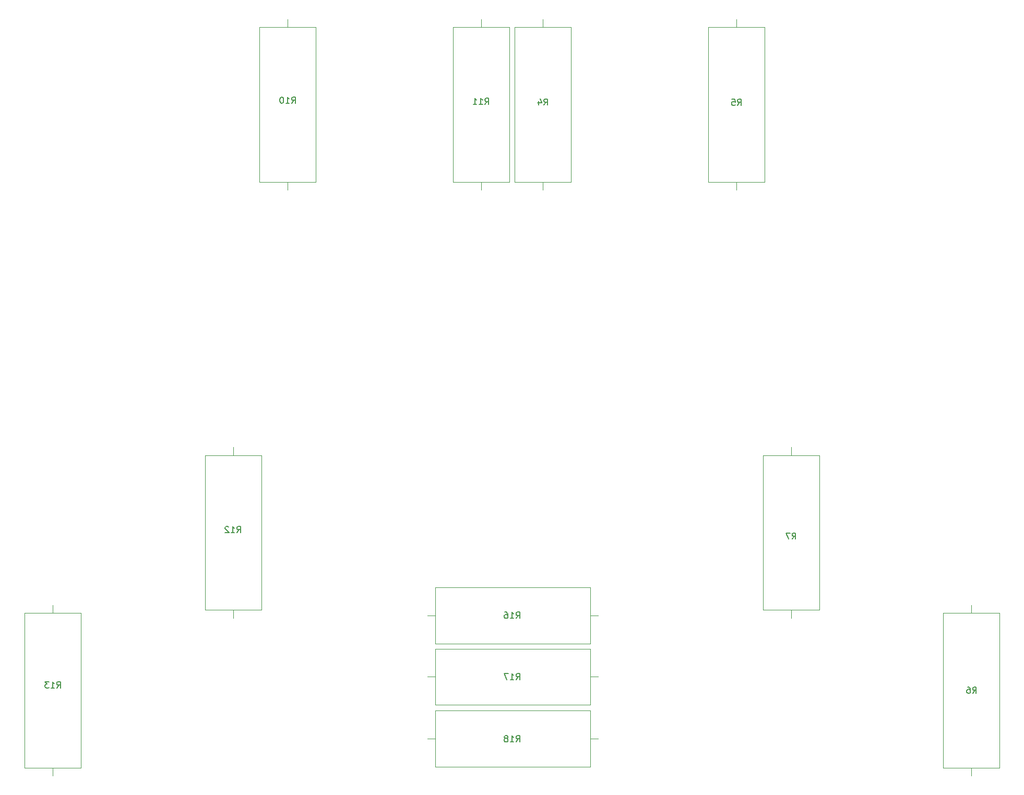
<source format=gbr>
%TF.GenerationSoftware,KiCad,Pcbnew,4.0.7-e2-6376~58~ubuntu16.04.1*%
%TF.CreationDate,2018-08-15T08:26:31-07:00*%
%TF.ProjectId,psu,7073752E6B696361645F706362000000,rev?*%
%TF.FileFunction,Legend,Bot*%
%FSLAX46Y46*%
G04 Gerber Fmt 4.6, Leading zero omitted, Abs format (unit mm)*
G04 Created by KiCad (PCBNEW 4.0.7-e2-6376~58~ubuntu16.04.1) date Wed Aug 15 08:26:31 2018*
%MOMM*%
%LPD*%
G01*
G04 APERTURE LIST*
%ADD10C,0.100000*%
%ADD11C,0.120000*%
%ADD12C,0.150000*%
G04 APERTURE END LIST*
D10*
D11*
X123840000Y-22680000D02*
X132960000Y-22680000D01*
X132960000Y-22680000D02*
X132960000Y-47800000D01*
X132960000Y-47800000D02*
X123840000Y-47800000D01*
X123840000Y-47800000D02*
X123840000Y-22680000D01*
X128400000Y-21380000D02*
X128400000Y-22680000D01*
X128400000Y-49100000D02*
X128400000Y-47800000D01*
X155240000Y-22680000D02*
X164360000Y-22680000D01*
X164360000Y-22680000D02*
X164360000Y-47800000D01*
X164360000Y-47800000D02*
X155240000Y-47800000D01*
X155240000Y-47800000D02*
X155240000Y-22680000D01*
X159800000Y-21380000D02*
X159800000Y-22680000D01*
X159800000Y-49100000D02*
X159800000Y-47800000D01*
X193340000Y-117730000D02*
X202460000Y-117730000D01*
X202460000Y-117730000D02*
X202460000Y-142850000D01*
X202460000Y-142850000D02*
X193340000Y-142850000D01*
X193340000Y-142850000D02*
X193340000Y-117730000D01*
X197900000Y-116430000D02*
X197900000Y-117730000D01*
X197900000Y-144150000D02*
X197900000Y-142850000D01*
X164090000Y-92130000D02*
X173210000Y-92130000D01*
X173210000Y-92130000D02*
X173210000Y-117250000D01*
X173210000Y-117250000D02*
X164090000Y-117250000D01*
X164090000Y-117250000D02*
X164090000Y-92130000D01*
X168650000Y-90830000D02*
X168650000Y-92130000D01*
X168650000Y-118550000D02*
X168650000Y-117250000D01*
X82440000Y-22680000D02*
X91560000Y-22680000D01*
X91560000Y-22680000D02*
X91560000Y-47800000D01*
X91560000Y-47800000D02*
X82440000Y-47800000D01*
X82440000Y-47800000D02*
X82440000Y-22680000D01*
X87000000Y-21380000D02*
X87000000Y-22680000D01*
X87000000Y-49100000D02*
X87000000Y-47800000D01*
X113840000Y-22680000D02*
X122960000Y-22680000D01*
X122960000Y-22680000D02*
X122960000Y-47800000D01*
X122960000Y-47800000D02*
X113840000Y-47800000D01*
X113840000Y-47800000D02*
X113840000Y-22680000D01*
X118400000Y-21380000D02*
X118400000Y-22680000D01*
X118400000Y-49100000D02*
X118400000Y-47800000D01*
X73590000Y-92130000D02*
X82710000Y-92130000D01*
X82710000Y-92130000D02*
X82710000Y-117250000D01*
X82710000Y-117250000D02*
X73590000Y-117250000D01*
X73590000Y-117250000D02*
X73590000Y-92130000D01*
X78150000Y-90830000D02*
X78150000Y-92130000D01*
X78150000Y-118550000D02*
X78150000Y-117250000D01*
X44340000Y-117730000D02*
X53460000Y-117730000D01*
X53460000Y-117730000D02*
X53460000Y-142850000D01*
X53460000Y-142850000D02*
X44340000Y-142850000D01*
X44340000Y-142850000D02*
X44340000Y-117730000D01*
X48900000Y-116430000D02*
X48900000Y-117730000D01*
X48900000Y-144150000D02*
X48900000Y-142850000D01*
X110930000Y-122710000D02*
X110930000Y-113590000D01*
X110930000Y-113590000D02*
X136050000Y-113590000D01*
X136050000Y-113590000D02*
X136050000Y-122710000D01*
X136050000Y-122710000D02*
X110930000Y-122710000D01*
X109630000Y-118150000D02*
X110930000Y-118150000D01*
X137350000Y-118150000D02*
X136050000Y-118150000D01*
X110930000Y-132660000D02*
X110930000Y-123540000D01*
X110930000Y-123540000D02*
X136050000Y-123540000D01*
X136050000Y-123540000D02*
X136050000Y-132660000D01*
X136050000Y-132660000D02*
X110930000Y-132660000D01*
X109630000Y-128100000D02*
X110930000Y-128100000D01*
X137350000Y-128100000D02*
X136050000Y-128100000D01*
X110930000Y-142710000D02*
X110930000Y-133590000D01*
X110930000Y-133590000D02*
X136050000Y-133590000D01*
X136050000Y-133590000D02*
X136050000Y-142710000D01*
X136050000Y-142710000D02*
X110930000Y-142710000D01*
X109630000Y-138150000D02*
X110930000Y-138150000D01*
X137350000Y-138150000D02*
X136050000Y-138150000D01*
D12*
X128566666Y-35302381D02*
X128900000Y-34826190D01*
X129138095Y-35302381D02*
X129138095Y-34302381D01*
X128757142Y-34302381D01*
X128661904Y-34350000D01*
X128614285Y-34397619D01*
X128566666Y-34492857D01*
X128566666Y-34635714D01*
X128614285Y-34730952D01*
X128661904Y-34778571D01*
X128757142Y-34826190D01*
X129138095Y-34826190D01*
X127709523Y-34635714D02*
X127709523Y-35302381D01*
X127947619Y-34254762D02*
X128185714Y-34969048D01*
X127566666Y-34969048D01*
X159966666Y-35352381D02*
X160300000Y-34876190D01*
X160538095Y-35352381D02*
X160538095Y-34352381D01*
X160157142Y-34352381D01*
X160061904Y-34400000D01*
X160014285Y-34447619D01*
X159966666Y-34542857D01*
X159966666Y-34685714D01*
X160014285Y-34780952D01*
X160061904Y-34828571D01*
X160157142Y-34876190D01*
X160538095Y-34876190D01*
X159061904Y-34352381D02*
X159538095Y-34352381D01*
X159585714Y-34828571D01*
X159538095Y-34780952D01*
X159442857Y-34733333D01*
X159204761Y-34733333D01*
X159109523Y-34780952D01*
X159061904Y-34828571D01*
X159014285Y-34923810D01*
X159014285Y-35161905D01*
X159061904Y-35257143D01*
X159109523Y-35304762D01*
X159204761Y-35352381D01*
X159442857Y-35352381D01*
X159538095Y-35304762D01*
X159585714Y-35257143D01*
X198116666Y-130752381D02*
X198450000Y-130276190D01*
X198688095Y-130752381D02*
X198688095Y-129752381D01*
X198307142Y-129752381D01*
X198211904Y-129800000D01*
X198164285Y-129847619D01*
X198116666Y-129942857D01*
X198116666Y-130085714D01*
X198164285Y-130180952D01*
X198211904Y-130228571D01*
X198307142Y-130276190D01*
X198688095Y-130276190D01*
X197259523Y-129752381D02*
X197450000Y-129752381D01*
X197545238Y-129800000D01*
X197592857Y-129847619D01*
X197688095Y-129990476D01*
X197735714Y-130180952D01*
X197735714Y-130561905D01*
X197688095Y-130657143D01*
X197640476Y-130704762D01*
X197545238Y-130752381D01*
X197354761Y-130752381D01*
X197259523Y-130704762D01*
X197211904Y-130657143D01*
X197164285Y-130561905D01*
X197164285Y-130323810D01*
X197211904Y-130228571D01*
X197259523Y-130180952D01*
X197354761Y-130133333D01*
X197545238Y-130133333D01*
X197640476Y-130180952D01*
X197688095Y-130228571D01*
X197735714Y-130323810D01*
X168816666Y-105752381D02*
X169150000Y-105276190D01*
X169388095Y-105752381D02*
X169388095Y-104752381D01*
X169007142Y-104752381D01*
X168911904Y-104800000D01*
X168864285Y-104847619D01*
X168816666Y-104942857D01*
X168816666Y-105085714D01*
X168864285Y-105180952D01*
X168911904Y-105228571D01*
X169007142Y-105276190D01*
X169388095Y-105276190D01*
X168483333Y-104752381D02*
X167816666Y-104752381D01*
X168245238Y-105752381D01*
X87642857Y-35002381D02*
X87976191Y-34526190D01*
X88214286Y-35002381D02*
X88214286Y-34002381D01*
X87833333Y-34002381D01*
X87738095Y-34050000D01*
X87690476Y-34097619D01*
X87642857Y-34192857D01*
X87642857Y-34335714D01*
X87690476Y-34430952D01*
X87738095Y-34478571D01*
X87833333Y-34526190D01*
X88214286Y-34526190D01*
X86690476Y-35002381D02*
X87261905Y-35002381D01*
X86976191Y-35002381D02*
X86976191Y-34002381D01*
X87071429Y-34145238D01*
X87166667Y-34240476D01*
X87261905Y-34288095D01*
X86071429Y-34002381D02*
X85976190Y-34002381D01*
X85880952Y-34050000D01*
X85833333Y-34097619D01*
X85785714Y-34192857D01*
X85738095Y-34383333D01*
X85738095Y-34621429D01*
X85785714Y-34811905D01*
X85833333Y-34907143D01*
X85880952Y-34954762D01*
X85976190Y-35002381D01*
X86071429Y-35002381D01*
X86166667Y-34954762D01*
X86214286Y-34907143D01*
X86261905Y-34811905D01*
X86309524Y-34621429D01*
X86309524Y-34383333D01*
X86261905Y-34192857D01*
X86214286Y-34097619D01*
X86166667Y-34050000D01*
X86071429Y-34002381D01*
X118992857Y-35202381D02*
X119326191Y-34726190D01*
X119564286Y-35202381D02*
X119564286Y-34202381D01*
X119183333Y-34202381D01*
X119088095Y-34250000D01*
X119040476Y-34297619D01*
X118992857Y-34392857D01*
X118992857Y-34535714D01*
X119040476Y-34630952D01*
X119088095Y-34678571D01*
X119183333Y-34726190D01*
X119564286Y-34726190D01*
X118040476Y-35202381D02*
X118611905Y-35202381D01*
X118326191Y-35202381D02*
X118326191Y-34202381D01*
X118421429Y-34345238D01*
X118516667Y-34440476D01*
X118611905Y-34488095D01*
X117088095Y-35202381D02*
X117659524Y-35202381D01*
X117373810Y-35202381D02*
X117373810Y-34202381D01*
X117469048Y-34345238D01*
X117564286Y-34440476D01*
X117659524Y-34488095D01*
X78742857Y-104702381D02*
X79076191Y-104226190D01*
X79314286Y-104702381D02*
X79314286Y-103702381D01*
X78933333Y-103702381D01*
X78838095Y-103750000D01*
X78790476Y-103797619D01*
X78742857Y-103892857D01*
X78742857Y-104035714D01*
X78790476Y-104130952D01*
X78838095Y-104178571D01*
X78933333Y-104226190D01*
X79314286Y-104226190D01*
X77790476Y-104702381D02*
X78361905Y-104702381D01*
X78076191Y-104702381D02*
X78076191Y-103702381D01*
X78171429Y-103845238D01*
X78266667Y-103940476D01*
X78361905Y-103988095D01*
X77409524Y-103797619D02*
X77361905Y-103750000D01*
X77266667Y-103702381D01*
X77028571Y-103702381D01*
X76933333Y-103750000D01*
X76885714Y-103797619D01*
X76838095Y-103892857D01*
X76838095Y-103988095D01*
X76885714Y-104130952D01*
X77457143Y-104702381D01*
X76838095Y-104702381D01*
X49542857Y-129902381D02*
X49876191Y-129426190D01*
X50114286Y-129902381D02*
X50114286Y-128902381D01*
X49733333Y-128902381D01*
X49638095Y-128950000D01*
X49590476Y-128997619D01*
X49542857Y-129092857D01*
X49542857Y-129235714D01*
X49590476Y-129330952D01*
X49638095Y-129378571D01*
X49733333Y-129426190D01*
X50114286Y-129426190D01*
X48590476Y-129902381D02*
X49161905Y-129902381D01*
X48876191Y-129902381D02*
X48876191Y-128902381D01*
X48971429Y-129045238D01*
X49066667Y-129140476D01*
X49161905Y-129188095D01*
X48257143Y-128902381D02*
X47638095Y-128902381D01*
X47971429Y-129283333D01*
X47828571Y-129283333D01*
X47733333Y-129330952D01*
X47685714Y-129378571D01*
X47638095Y-129473810D01*
X47638095Y-129711905D01*
X47685714Y-129807143D01*
X47733333Y-129854762D01*
X47828571Y-129902381D01*
X48114286Y-129902381D01*
X48209524Y-129854762D01*
X48257143Y-129807143D01*
X124042857Y-118602381D02*
X124376191Y-118126190D01*
X124614286Y-118602381D02*
X124614286Y-117602381D01*
X124233333Y-117602381D01*
X124138095Y-117650000D01*
X124090476Y-117697619D01*
X124042857Y-117792857D01*
X124042857Y-117935714D01*
X124090476Y-118030952D01*
X124138095Y-118078571D01*
X124233333Y-118126190D01*
X124614286Y-118126190D01*
X123090476Y-118602381D02*
X123661905Y-118602381D01*
X123376191Y-118602381D02*
X123376191Y-117602381D01*
X123471429Y-117745238D01*
X123566667Y-117840476D01*
X123661905Y-117888095D01*
X122233333Y-117602381D02*
X122423810Y-117602381D01*
X122519048Y-117650000D01*
X122566667Y-117697619D01*
X122661905Y-117840476D01*
X122709524Y-118030952D01*
X122709524Y-118411905D01*
X122661905Y-118507143D01*
X122614286Y-118554762D01*
X122519048Y-118602381D01*
X122328571Y-118602381D01*
X122233333Y-118554762D01*
X122185714Y-118507143D01*
X122138095Y-118411905D01*
X122138095Y-118173810D01*
X122185714Y-118078571D01*
X122233333Y-118030952D01*
X122328571Y-117983333D01*
X122519048Y-117983333D01*
X122614286Y-118030952D01*
X122661905Y-118078571D01*
X122709524Y-118173810D01*
X124042857Y-128552381D02*
X124376191Y-128076190D01*
X124614286Y-128552381D02*
X124614286Y-127552381D01*
X124233333Y-127552381D01*
X124138095Y-127600000D01*
X124090476Y-127647619D01*
X124042857Y-127742857D01*
X124042857Y-127885714D01*
X124090476Y-127980952D01*
X124138095Y-128028571D01*
X124233333Y-128076190D01*
X124614286Y-128076190D01*
X123090476Y-128552381D02*
X123661905Y-128552381D01*
X123376191Y-128552381D02*
X123376191Y-127552381D01*
X123471429Y-127695238D01*
X123566667Y-127790476D01*
X123661905Y-127838095D01*
X122757143Y-127552381D02*
X122090476Y-127552381D01*
X122519048Y-128552381D01*
X124042857Y-138652381D02*
X124376191Y-138176190D01*
X124614286Y-138652381D02*
X124614286Y-137652381D01*
X124233333Y-137652381D01*
X124138095Y-137700000D01*
X124090476Y-137747619D01*
X124042857Y-137842857D01*
X124042857Y-137985714D01*
X124090476Y-138080952D01*
X124138095Y-138128571D01*
X124233333Y-138176190D01*
X124614286Y-138176190D01*
X123090476Y-138652381D02*
X123661905Y-138652381D01*
X123376191Y-138652381D02*
X123376191Y-137652381D01*
X123471429Y-137795238D01*
X123566667Y-137890476D01*
X123661905Y-137938095D01*
X122519048Y-138080952D02*
X122614286Y-138033333D01*
X122661905Y-137985714D01*
X122709524Y-137890476D01*
X122709524Y-137842857D01*
X122661905Y-137747619D01*
X122614286Y-137700000D01*
X122519048Y-137652381D01*
X122328571Y-137652381D01*
X122233333Y-137700000D01*
X122185714Y-137747619D01*
X122138095Y-137842857D01*
X122138095Y-137890476D01*
X122185714Y-137985714D01*
X122233333Y-138033333D01*
X122328571Y-138080952D01*
X122519048Y-138080952D01*
X122614286Y-138128571D01*
X122661905Y-138176190D01*
X122709524Y-138271429D01*
X122709524Y-138461905D01*
X122661905Y-138557143D01*
X122614286Y-138604762D01*
X122519048Y-138652381D01*
X122328571Y-138652381D01*
X122233333Y-138604762D01*
X122185714Y-138557143D01*
X122138095Y-138461905D01*
X122138095Y-138271429D01*
X122185714Y-138176190D01*
X122233333Y-138128571D01*
X122328571Y-138080952D01*
M02*

</source>
